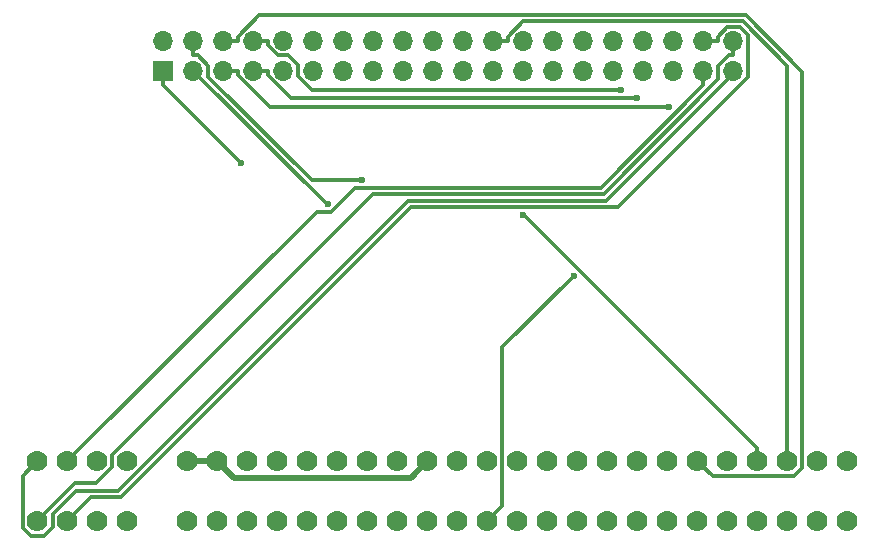
<source format=gbr>
%TF.GenerationSoftware,KiCad,Pcbnew,8.0.5*%
%TF.CreationDate,2024-10-04T15:37:23-04:00*%
%TF.ProjectId,ZX Spectrum Adapter,5a582053-7065-4637-9472-756d20416461,rev?*%
%TF.SameCoordinates,Original*%
%TF.FileFunction,Copper,L1,Top*%
%TF.FilePolarity,Positive*%
%FSLAX46Y46*%
G04 Gerber Fmt 4.6, Leading zero omitted, Abs format (unit mm)*
G04 Created by KiCad (PCBNEW 8.0.5) date 2024-10-04 15:37:23*
%MOMM*%
%LPD*%
G01*
G04 APERTURE LIST*
%TA.AperFunction,ComponentPad*%
%ADD10R,1.700000X1.700000*%
%TD*%
%TA.AperFunction,ComponentPad*%
%ADD11O,1.700000X1.700000*%
%TD*%
%TA.AperFunction,ComponentPad*%
%ADD12C,1.778000*%
%TD*%
%TA.AperFunction,ViaPad*%
%ADD13C,0.600000*%
%TD*%
%TA.AperFunction,Conductor*%
%ADD14C,0.300000*%
%TD*%
%TA.AperFunction,Conductor*%
%ADD15C,0.500000*%
%TD*%
G04 APERTURE END LIST*
D10*
%TO.P,J1,1,Pin_1*%
%TO.N,/Z80_A0*%
X76708000Y-91440000D03*
D11*
%TO.P,J1,2,Pin_2*%
%TO.N,/Z80_A1*%
X76708000Y-88900000D03*
%TO.P,J1,3,Pin_3*%
%TO.N,/Z80_A2*%
X79248000Y-91440000D03*
%TO.P,J1,4,Pin_4*%
%TO.N,/Z80_A3*%
X79248000Y-88900000D03*
%TO.P,J1,5,Pin_5*%
%TO.N,/Z80_A4*%
X81788000Y-91440000D03*
%TO.P,J1,6,Pin_6*%
%TO.N,/Z80_A5*%
X81788000Y-88900000D03*
%TO.P,J1,7,Pin_7*%
%TO.N,/Z80_A6*%
X84328000Y-91440000D03*
%TO.P,J1,8,Pin_8*%
%TO.N,/Z80_A7*%
X84328000Y-88900000D03*
%TO.P,J1,9,Pin_9*%
%TO.N,/Z80_D0*%
X86868000Y-91440000D03*
%TO.P,J1,10,Pin_10*%
%TO.N,/Z80_D1*%
X86868000Y-88900000D03*
%TO.P,J1,11,Pin_11*%
%TO.N,/Z80_D2*%
X89408000Y-91440000D03*
%TO.P,J1,12,Pin_12*%
%TO.N,/Z80_D3*%
X89408000Y-88900000D03*
%TO.P,J1,13,Pin_13*%
%TO.N,/Z80_D4*%
X91948000Y-91440000D03*
%TO.P,J1,14,Pin_14*%
%TO.N,/Z80_D5*%
X91948000Y-88900000D03*
%TO.P,J1,15,Pin_15*%
%TO.N,/Z80_D6*%
X94488000Y-91440000D03*
%TO.P,J1,16,Pin_16*%
%TO.N,/Z80_D7*%
X94488000Y-88900000D03*
%TO.P,J1,17,Pin_17*%
%TO.N,/SPARE1*%
X97028000Y-91440000D03*
%TO.P,J1,18,Pin_18*%
%TO.N,/SPARE2*%
X97028000Y-88900000D03*
%TO.P,J1,19,Pin_19*%
%TO.N,/SPARE3*%
X99568000Y-91440000D03*
%TO.P,J1,20,Pin_20*%
%TO.N,/5V*%
X99568000Y-88900000D03*
%TO.P,J1,21,Pin_21*%
%TO.N,/GND*%
X102108000Y-91440000D03*
%TO.P,J1,22,Pin_22*%
%TO.N,/SPARE4*%
X102108000Y-88900000D03*
%TO.P,J1,23,Pin_23*%
%TO.N,/RESET*%
X104648000Y-91440000D03*
%TO.P,J1,24,Pin_24*%
%TO.N,/BUSACK*%
X104648000Y-88900000D03*
%TO.P,J1,25,Pin_25*%
%TO.N,/ROMCS*%
X107188000Y-91440000D03*
%TO.P,J1,26,Pin_26*%
%TO.N,/NMI*%
X107188000Y-88900000D03*
%TO.P,J1,27,Pin_27*%
%TO.N,/WAIT*%
X109728000Y-91440000D03*
%TO.P,J1,28,Pin_28*%
%TO.N,/BUSRQ*%
X109728000Y-88900000D03*
%TO.P,J1,29,Pin_29*%
%TO.N,/MEMRQ*%
X112268000Y-91440000D03*
%TO.P,J1,30,Pin_30*%
%TO.N,/IORQ*%
X112268000Y-88900000D03*
%TO.P,J1,31,Pin_31*%
%TO.N,/RW*%
X114808000Y-91440000D03*
%TO.P,J1,32,Pin_32*%
%TO.N,/RD*%
X114808000Y-88900000D03*
%TO.P,J1,33,Pin_33*%
%TO.N,/Z80_A8*%
X117348000Y-91440000D03*
%TO.P,J1,34,Pin_34*%
%TO.N,/Z80_A9*%
X117348000Y-88900000D03*
%TO.P,J1,35,Pin_35*%
%TO.N,/Z80_A10*%
X119888000Y-91440000D03*
%TO.P,J1,36,Pin_36*%
%TO.N,/Z80_A11*%
X119888000Y-88900000D03*
%TO.P,J1,37,Pin_37*%
%TO.N,/Z80_A12*%
X122428000Y-91440000D03*
%TO.P,J1,38,Pin_38*%
%TO.N,/Z80_A13*%
X122428000Y-88900000D03*
%TO.P,J1,39,Pin_39*%
%TO.N,/Z80_A14*%
X124968000Y-91440000D03*
%TO.P,J1,40,Pin_40*%
%TO.N,/Z80_A15*%
X124968000Y-88900000D03*
%TD*%
D12*
%TO.P,J2,A1,A14*%
%TO.N,/Z80_A14*%
X66040000Y-124460000D03*
%TO.P,J2,A2,A12*%
%TO.N,/Z80_A12*%
X68580000Y-124460000D03*
%TO.P,J2,A3,+5Vcc*%
%TO.N,/5V*%
X71120000Y-124460000D03*
%TO.P,J2,A4,+9Vcc*%
%TO.N,unconnected-(J2-+9Vcc-PadA4)*%
X73660000Y-124460000D03*
%TO.P,J2,A6,GND*%
%TO.N,/GND*%
X78740000Y-124460000D03*
%TO.P,J2,A7,GND*%
X81280000Y-124460000D03*
%TO.P,J2,A8,CLOCK*%
%TO.N,unconnected-(J2-CLOCK-PadA8)*%
X83820000Y-124460000D03*
%TO.P,J2,A9,A0*%
%TO.N,/Z80_A0*%
X86360000Y-124460000D03*
%TO.P,J2,A10,A1*%
%TO.N,/Z80_A1*%
X88900000Y-124460000D03*
%TO.P,J2,A11,A2*%
%TO.N,/Z80_A2*%
X91440000Y-124460000D03*
%TO.P,J2,A12,A3*%
%TO.N,/Z80_A3*%
X93980000Y-124460000D03*
%TO.P,J2,A13,IORQGE*%
%TO.N,unconnected-(J2-IORQGE-PadA13)*%
X96520000Y-124460000D03*
%TO.P,J2,A14,GND*%
%TO.N,/GND*%
X99060000Y-124460000D03*
%TO.P,J2,A15,VIDEO*%
%TO.N,unconnected-(J2-VIDEO-PadA15)*%
X101600000Y-124460000D03*
%TO.P,J2,A16,Y*%
%TO.N,unconnected-(J2-Y-PadA16)*%
X104140000Y-124460000D03*
%TO.P,J2,A17,V*%
%TO.N,unconnected-(J2-V-PadA17)*%
X106680000Y-124460000D03*
%TO.P,J2,A18,U*%
%TO.N,unconnected-(J2-U-PadA18)*%
X109220000Y-124460000D03*
%TO.P,J2,A19,BUSRQ*%
%TO.N,/BUSRQ*%
X111760000Y-124460000D03*
%TO.P,J2,A20,~{RESET}*%
%TO.N,/RESET*%
X114300000Y-124460000D03*
%TO.P,J2,A21,A7*%
%TO.N,/Z80_A7*%
X116840000Y-124460000D03*
%TO.P,J2,A22,A6*%
%TO.N,/Z80_A6*%
X119380000Y-124460000D03*
%TO.P,J2,A23,A5*%
%TO.N,/Z80_A5*%
X121920000Y-124460000D03*
%TO.P,J2,A24,A4*%
%TO.N,/Z80_A4*%
X124460000Y-124460000D03*
%TO.P,J2,A25,~{ROMCS}*%
%TO.N,/ROMCS*%
X127000000Y-124460000D03*
%TO.P,J2,A26,BUSACK*%
%TO.N,/BUSACK*%
X129540000Y-124460000D03*
%TO.P,J2,A27,A9*%
%TO.N,/Z80_A9*%
X132080000Y-124460000D03*
%TO.P,J2,A28,A11*%
%TO.N,/Z80_A11*%
X134620000Y-124460000D03*
%TO.P,J2,B1,A15*%
%TO.N,/Z80_A15*%
X66040000Y-129540000D03*
%TO.P,J2,B2,A13*%
%TO.N,/Z80_A13*%
X68580000Y-129540000D03*
%TO.P,J2,B3,D7*%
%TO.N,/Z80_D7*%
X71120000Y-129540000D03*
%TO.P,J2,B4,N/C*%
%TO.N,unconnected-(J2-N{slash}C-PadB4)*%
X73660000Y-129540000D03*
%TO.P,J2,B6,D0*%
%TO.N,/Z80_D0*%
X78740000Y-129540000D03*
%TO.P,J2,B7,D1*%
%TO.N,/Z80_D1*%
X81280000Y-129540000D03*
%TO.P,J2,B8,D2*%
%TO.N,/Z80_D2*%
X83820000Y-129540000D03*
%TO.P,J2,B9,D6*%
%TO.N,/Z80_D6*%
X86360000Y-129540000D03*
%TO.P,J2,B10,D5*%
%TO.N,/Z80_D5*%
X88900000Y-129540000D03*
%TO.P,J2,B11,D3*%
%TO.N,/Z80_D3*%
X91440000Y-129540000D03*
%TO.P,J2,B12,D4*%
%TO.N,/Z80_D4*%
X93980000Y-129540000D03*
%TO.P,J2,B13,~{INT}*%
%TO.N,unconnected-(J2-~{INT}-PadB13)*%
X96520000Y-129540000D03*
%TO.P,J2,B14,~{NMI}*%
%TO.N,/NMI*%
X99060000Y-129540000D03*
%TO.P,J2,B15,HALT*%
%TO.N,unconnected-(J2-HALT-PadB15)*%
X101600000Y-129540000D03*
%TO.P,J2,B16,MREQ*%
%TO.N,/MEMRQ*%
X104140000Y-129540000D03*
%TO.P,J2,B17,IOREQ*%
%TO.N,/IORQ*%
X106680000Y-129540000D03*
%TO.P,J2,B18,RD*%
%TO.N,/RD*%
X109220000Y-129540000D03*
%TO.P,J2,B19,WR*%
%TO.N,/RW*%
X111760000Y-129540000D03*
%TO.P,J2,B20,-5Vcc*%
%TO.N,unconnected-(J2--5Vcc-PadB20)*%
X114300000Y-129540000D03*
%TO.P,J2,B21,WAIT*%
%TO.N,/WAIT*%
X116840000Y-129540000D03*
%TO.P,J2,B22,+12Vcc*%
%TO.N,unconnected-(J2-+12Vcc-PadB22)*%
X119380000Y-129540000D03*
%TO.P,J2,B23,12Vac*%
%TO.N,unconnected-(J2-12Vac-PadB23)*%
X121920000Y-129540000D03*
%TO.P,J2,B24,M1*%
%TO.N,unconnected-(J2-M1-PadB24)*%
X124460000Y-129540000D03*
%TO.P,J2,B25,RFSH*%
%TO.N,unconnected-(J2-RFSH-PadB25)*%
X127000000Y-129540000D03*
%TO.P,J2,B26,A8*%
%TO.N,/Z80_A8*%
X129540000Y-129540000D03*
%TO.P,J2,B27,A10*%
%TO.N,/Z80_A10*%
X132080000Y-129540000D03*
%TO.P,J2,B28,N/C*%
%TO.N,unconnected-(J2-N{slash}C-PadB28)*%
X134620000Y-129540000D03*
%TD*%
D13*
%TO.N,/Z80_A3*%
X93517200Y-100670600D03*
%TO.N,/ROMCS*%
X107188000Y-103634400D03*
%TO.N,/Z80_A2*%
X90632400Y-102716600D03*
%TO.N,/MEMRQ*%
X111466400Y-108779600D03*
%TO.N,/Z80_A0*%
X83256000Y-99189700D03*
%TO.N,/Z80_A4*%
X119480900Y-94522700D03*
%TO.N,/Z80_A6*%
X116827800Y-93752800D03*
%TO.N,/Z80_A7*%
X115453100Y-93044300D03*
%TD*%
D14*
%TO.N,/Z80_A15*%
X113989200Y-101859500D02*
X94446900Y-101859500D01*
X123698000Y-90998200D02*
X123698000Y-92150700D01*
X69258500Y-126321500D02*
X66040000Y-129540000D01*
X72360700Y-123945700D02*
X72360700Y-124974000D01*
X124968000Y-88900000D02*
X124968000Y-90101700D01*
X71013200Y-126321500D02*
X69258500Y-126321500D01*
X94446900Y-101859500D02*
X72360700Y-123945700D01*
X124968000Y-90101700D02*
X124594500Y-90101700D01*
X72360700Y-124974000D02*
X71013200Y-126321500D01*
X123698000Y-92150700D02*
X113989200Y-101859500D01*
X124594500Y-90101700D02*
X123698000Y-90998200D01*
D15*
%TO.N,/GND*%
X81280000Y-124460000D02*
X78740000Y-124460000D01*
X99060000Y-124460000D02*
X97645800Y-125874200D01*
X97645800Y-125874200D02*
X82694200Y-125874200D01*
X82694200Y-125874200D02*
X81280000Y-124460000D01*
D14*
%TO.N,/Z80_A12*%
X113747400Y-101322300D02*
X122428000Y-92641700D01*
X68580000Y-124460000D02*
X89671700Y-103368300D01*
X90902300Y-103368300D02*
X92948300Y-101322300D01*
X122428000Y-91440000D02*
X122428000Y-92641700D01*
X92948300Y-101322300D02*
X113747400Y-101322300D01*
X89671700Y-103368300D02*
X90902300Y-103368300D01*
%TO.N,/Z80_A3*%
X80518000Y-91934900D02*
X80518000Y-90998200D01*
X80518000Y-90998200D02*
X79621500Y-90101700D01*
X79621500Y-90101700D02*
X79248000Y-90101700D01*
X89253700Y-100670600D02*
X80518000Y-91934900D01*
X93517200Y-100670600D02*
X89253700Y-100670600D01*
X79248000Y-88900000D02*
X79248000Y-90101700D01*
%TO.N,/ROMCS*%
X127000000Y-123373000D02*
X107261400Y-103634400D01*
X107261400Y-103634400D02*
X107188000Y-103634400D01*
X127000000Y-124460000D02*
X127000000Y-123373000D01*
%TO.N,/BUSACK*%
X129540000Y-90993400D02*
X125740600Y-87194000D01*
X125740600Y-87194000D02*
X107182200Y-87194000D01*
X107182200Y-87194000D02*
X105849700Y-88526500D01*
X104648000Y-88900000D02*
X105849700Y-88900000D01*
X105849700Y-88526500D02*
X105849700Y-88900000D01*
X129540000Y-124460000D02*
X129540000Y-90993400D01*
%TO.N,/Z80_A2*%
X90524600Y-102716600D02*
X79248000Y-91440000D01*
X90632400Y-102716600D02*
X90524600Y-102716600D01*
%TO.N,/Z80_A5*%
X82989700Y-88900000D02*
X82989700Y-88524500D01*
X130810000Y-91487100D02*
X130810000Y-125010900D01*
X130075600Y-125745300D02*
X123205300Y-125745300D01*
X125998000Y-86675100D02*
X130810000Y-91487100D01*
X82989700Y-88524500D02*
X84839100Y-86675100D01*
X81788000Y-88900000D02*
X82989700Y-88900000D01*
X130810000Y-125010900D02*
X130075600Y-125745300D01*
X123205300Y-125745300D02*
X121920000Y-124460000D01*
X84839100Y-86675100D02*
X125998000Y-86675100D01*
%TO.N,/MEMRQ*%
X104140000Y-129540000D02*
X105410000Y-128270000D01*
X105410000Y-114836000D02*
X111466400Y-108779600D01*
X105410000Y-128270000D02*
X105410000Y-114836000D01*
%TO.N,/Z80_A0*%
X83256000Y-99189700D02*
X76708000Y-92641700D01*
X76708000Y-91440000D02*
X76708000Y-92641700D01*
%TO.N,/Z80_A4*%
X81788000Y-91440000D02*
X82989700Y-91440000D01*
X82989700Y-91815500D02*
X85696900Y-94522700D01*
X85696900Y-94522700D02*
X119480900Y-94522700D01*
X82989700Y-91440000D02*
X82989700Y-91815500D01*
%TO.N,/Z80_A6*%
X84328000Y-91440000D02*
X85529700Y-91440000D01*
X85529700Y-91813500D02*
X87469000Y-93752800D01*
X87469000Y-93752800D02*
X116827800Y-93752800D01*
X85529700Y-91440000D02*
X85529700Y-91813500D01*
%TO.N,/Z80_A13*%
X97657800Y-102944800D02*
X115188000Y-102944800D01*
X126212100Y-91920700D02*
X126212100Y-88410800D01*
X70618300Y-127501700D02*
X73100900Y-127501700D01*
X124458500Y-87697700D02*
X123629700Y-88526500D01*
X68580000Y-129540000D02*
X70618300Y-127501700D01*
X126212100Y-88410800D02*
X125499000Y-87697700D01*
X125499000Y-87697700D02*
X124458500Y-87697700D01*
X73100900Y-127501700D02*
X97657800Y-102944800D01*
X115188000Y-102944800D02*
X126212100Y-91920700D01*
X122428000Y-88900000D02*
X123629700Y-88900000D01*
X123629700Y-88526500D02*
X123629700Y-88900000D01*
%TO.N,/Z80_A14*%
X72893200Y-127000000D02*
X97450100Y-102443100D01*
X64794000Y-130107200D02*
X65504000Y-130817200D01*
X66040000Y-124460000D02*
X64794000Y-125706000D01*
X124968000Y-91658500D02*
X124968000Y-91440000D01*
X67339300Y-130047800D02*
X67339300Y-128988200D01*
X65504000Y-130817200D02*
X66569900Y-130817200D01*
X97450100Y-102443100D02*
X114183400Y-102443100D01*
X69327500Y-127000000D02*
X72893200Y-127000000D01*
X64794000Y-125706000D02*
X64794000Y-130107200D01*
X66569900Y-130817200D02*
X67339300Y-130047800D01*
X67339300Y-128988200D02*
X69327500Y-127000000D01*
X114183400Y-102443100D02*
X124968000Y-91658500D01*
%TO.N,/Z80_A7*%
X86370200Y-90101700D02*
X85529800Y-89261300D01*
X88069700Y-90929800D02*
X87241600Y-90101700D01*
X88069700Y-91841000D02*
X88069700Y-90929800D01*
X115453100Y-93044300D02*
X89273000Y-93044300D01*
X84328000Y-88900000D02*
X85529700Y-88900000D01*
X89273000Y-93044300D02*
X88069700Y-91841000D01*
X85529800Y-89261300D02*
X85529800Y-88900000D01*
X85529800Y-88900000D02*
X85529700Y-88900000D01*
X87241600Y-90101700D02*
X86370200Y-90101700D01*
%TD*%
M02*

</source>
